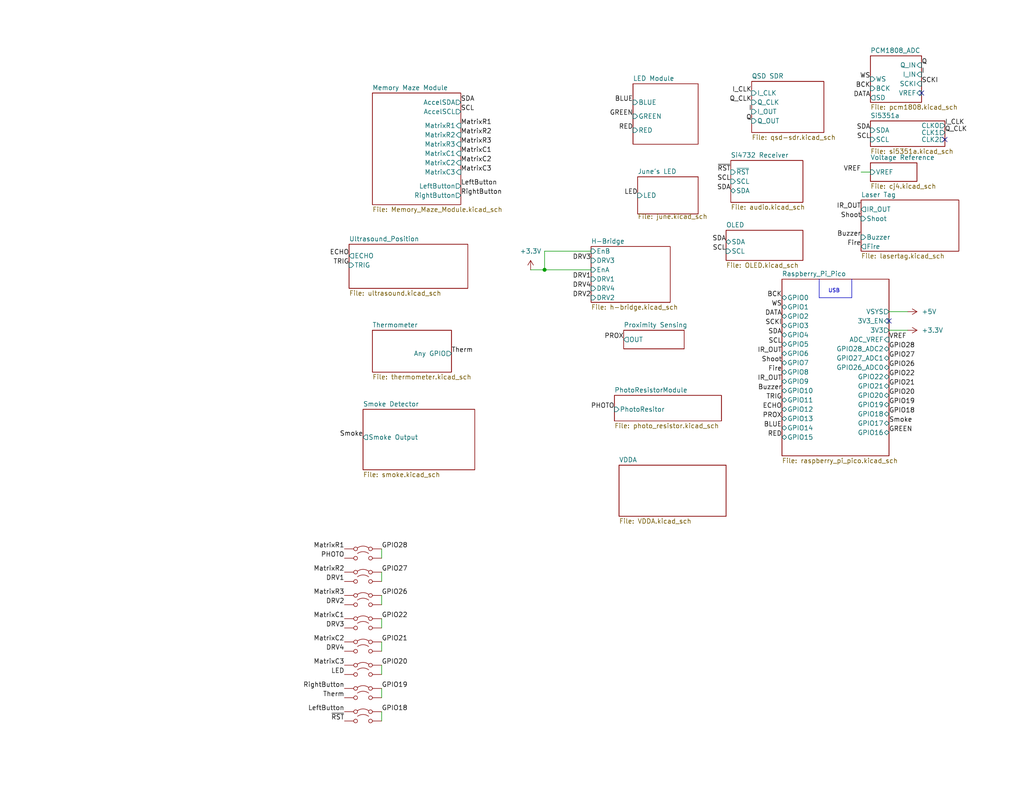
<source format=kicad_sch>
(kicad_sch (version 20250114) (generator "eeschema") (generator_version "9.0")
  (paper "A")
  (title_block (title "Raspberry Pi Pico USB  Sound Card (ADC Only)") (date "2025-01-07") (rev "0.1") (company "Walla Walla University") (comment 1 "Rob Frohne"))
  (lib_symbols
    (symbol "+3.3V_1" (power) (pin_numbers (hide yes)) (pin_names (offset 0) (hide yes))
      (property "Value" "+3.3V" (at 0 3.556 0))
      (symbol "+3.3V_1_0_1"
        (polyline (pts (xy -0.762 1.27) (xy 0 2.54)))
        (polyline (pts (xy 0 2.54) (xy 0.762 1.27)))
        (polyline (pts (xy 0 0) (xy 0 2.54)))
      )
      (symbol "+3.3V_1_1_1"
        (pin power_in line (at 0 0 90) (length 0) (name "~") (number "1"))
      )
    )
    (symbol "Jumper:Jumper_2_Bridged" (pin_numbers (hide yes)) (pin_names (offset 0) (hide yes)) (exclude_from_sim yes)
      (property "Reference" "JP" (at 0 1.905 0))
      (property "Value" "Jumper_2_Bridged" (at 0 -2.54 0))
      (symbol "Jumper_2_Bridged_0_0"
        (circle (center -2.032 0) (radius 0.508))
        (circle (center 2.032 0) (radius 0.508))
      )
      (symbol "Jumper_2_Bridged_0_1"
        (arc (start -1.524 0.254) (mid 0 0.762) (end 1.524 0.254))
      )
      (symbol "Jumper_2_Bridged_1_1"
        (pin passive line (at -5.08 0 0) (length 2.54) (name "A") (number "1"))
        (pin passive line (at 5.08 0 180) (length 2.54) (name "B") (number "2"))
      )
    )
    (symbol "Jumper:Jumper_2_Open" (pin_numbers (hide yes)) (pin_names (offset 0) (hide yes)) (exclude_from_sim yes)
      (property "Reference" "JP" (at 0 2.794 0))
      (property "Value" "Jumper_2_Open" (at 0 -2.286 0))
      (symbol "Jumper_2_Open_0_0"
        (circle (center -2.032 0) (radius 0.508))
        (circle (center 2.032 0) (radius 0.508))
      )
      (symbol "Jumper_2_Open_0_1"
        (arc (start -1.524 1.27) (mid 0 1.778) (end 1.524 1.27))
      )
      (symbol "Jumper_2_Open_1_1"
        (pin passive line (at -5.08 0 0) (length 2.54) (name "A") (number "1"))
        (pin passive line (at 5.08 0 180) (length 2.54) (name "B") (number "2"))
      )
    )
    (symbol "power:+3.3V" (power) (pin_names (offset 0))
      (property "Value" "+3.3V" (at 0 3.556 0))
      (symbol "+3.3V_0_1"
        (polyline (pts (xy -0.762 1.27) (xy 0 2.54)))
        (polyline (pts (xy 0 2.54) (xy 0.762 1.27)))
        (polyline (pts (xy 0 0) (xy 0 2.54)))
      )
      (symbol "+3.3V_1_1"
        (pin power_in line (at 0 0 90) (length 0) (hide yes) (name "+3.3V") (number "1"))
      )
    )
    (symbol "power:+5V" (power) (pin_names (offset 0))
      (property "Value" "+5V" (at 0 3.556 0))
      (symbol "+5V_0_1"
        (polyline (pts (xy -0.762 1.27) (xy 0 2.54)))
        (polyline (pts (xy 0 2.54) (xy 0.762 1.27)))
        (polyline (pts (xy 0 0) (xy 0 2.54)))
      )
      (symbol "+5V_1_1"
        (pin power_in line (at 0 0 90) (length 0) (hide yes) (name "+5V") (number "1"))
      )
    )
  )
  (text "USB" (at 227.584 79.502 0) (effects (font (size 1.016 1.016))))
  (junction (at 148.59 73.66))
  (no_connect (at 242.57 87.63))
  (no_connect (at 257.81 38.1))
  (no_connect (at 251.46 25.4))
  (wire (pts (xy 148.59 68.58) (xy 148.59 73.66)))
  (wire (pts (xy 104.14 162.56) (xy 104.14 165.1)))
  (wire (pts (xy 104.14 181.61) (xy 104.14 184.15)))
  (wire (pts (xy 104.14 156.21) (xy 104.14 158.75)))
  (wire (pts (xy 104.14 187.96) (xy 104.14 190.5)))
  (wire (pts (xy 104.14 194.31) (xy 104.14 196.85)))
  (polyline (pts (xy 223.52 76.2) (xy 223.52 81.28)))
  (polyline (pts (xy 223.52 81.28) (xy 232.41 81.28)))
  (polyline (pts (xy 232.41 76.2) (xy 232.41 81.28)))
  (wire (pts (xy 104.14 149.86) (xy 104.14 152.4)))
  (wire (pts (xy 234.95 46.99) (xy 237.49 46.99)))
  (wire (pts (xy 148.59 73.66) (xy 161.29 73.66)))
  (wire (pts (xy 247.65 90.17) (xy 242.57 90.17)))
  (wire (pts (xy 161.29 68.58) (xy 148.59 68.58)))
  (wire (pts (xy 247.65 85.09) (xy 242.57 85.09)))
  (wire (pts (xy 144.78 73.66) (xy 148.59 73.66)))
  (wire (pts (xy 104.14 175.26) (xy 104.14 177.8)))
  (wire (pts (xy 104.14 168.91) (xy 104.14 171.45)))
  (label "Fire" (at 234.95 67.31 180))
  (label "PROX" (at 170.18 92.71 180))
  (label "MatrixR1" (at 93.98 149.86 180))
  (label "MatrixR2" (at 93.98 156.21 180))
  (label "ECHO" (at 95.25 69.85 180))
  (label "GPIO21" (at 242.57 105.41 0))
  (label "MatrixR3" (at 93.98 162.56 180))
  (label "Fire" (at 213.36 101.6 180))
  (label "~{RST}" (at 199.39 46.99 180))
  (label "GREEN" (at 172.72 31.75 180))
  (label "GPIO26" (at 104.14 162.56 0))
  (label "MatrixC2" (at 125.73 44.45 0))
  (label "GPIO19" (at 104.14 187.96 0))
  (label "DRV4" (at 161.29 78.74 180))
  (label "GPIO26" (at 242.57 100.33 0))
  (label "PHOTO" (at 167.64 111.76 180))
  (label "SCKI" (at 251.46 22.86 0))
  (label "SDA" (at 199.39 52.07 180))
  (label "RightButton" (at 125.73 53.34 0))
  (label "DRV2" (at 93.98 165.1 180))
  (label "GPIO18" (at 242.57 113.03 0))
  (label "BLUE" (at 172.72 27.94 180))
  (label "SCKI" (at 213.36 88.9 180))
  (label "TRIG" (at 213.36 109.22 180))
  (label "I" (at 205.105 30.48 180))
  (label "MatrixC1" (at 125.73 41.91 0))
  (label "~{RST}" (at 93.98 196.85 180))
  (label "Shoot" (at 213.36 99.06 180))
  (label "PROX" (at 213.36 114.3 180))
  (label "GPIO22" (at 104.14 168.91 0))
  (label "GPIO20" (at 104.14 181.61 0))
  (label "SCL" (at 199.39 49.53 180))
  (label "I_CLK" (at 257.81 34.29 0))
  (label "MatrixC3" (at 125.73 46.99 0))
  (label "Shoot" (at 234.95 59.69 180))
  (label "BLUE" (at 213.36 116.84 180))
  (label "SCL" (at 213.36 93.98 180))
  (label "MatrixR2" (at 125.73 36.83 0))
  (label "DATA" (at 213.36 86.36 180))
  (label "SDA" (at 237.49 35.56 180))
  (label "SDA" (at 198.12 66.04 180))
  (label "GPIO28" (at 104.14 149.86 0))
  (label "Therm" (at 123.19 96.52 0))
  (label "SDA" (at 125.73 27.94 0))
  (label "RED" (at 172.72 35.56 180))
  (label "MatrixR3" (at 125.73 39.37 0))
  (label "GPIO22" (at 242.57 102.87 0))
  (label "MatrixC1" (at 93.98 168.91 180))
  (label "GPIO27" (at 242.57 97.79 0))
  (label "IR_OUT" (at 234.95 57.15 180))
  (label "SCL" (at 237.49 38.1 180))
  (label "WS" (at 237.49 21.59 180))
  (label "GPIO19" (at 242.57 110.49 0))
  (label "PHOTO" (at 93.98 152.4 180))
  (label "Smoke" (at 99.06 119.38 180))
  (label "RightButton" (at 93.98 187.96 180))
  (label "VREF" (at 234.95 46.99 180))
  (label "BCK" (at 213.36 81.28 180))
  (label "LeftButton" (at 93.98 194.31 180))
  (label "IR_OUT" (at 213.36 96.52 180))
  (label "GPIO28" (at 242.57 95.25 0))
  (label "DRV4" (at 93.98 177.8 180))
  (label "MatrixC3" (at 93.98 181.61 180))
  (label "Q_CLK" (at 257.81 36.195 0))
  (label "SCL" (at 125.73 30.48 0))
  (label "LED" (at 173.99 53.34 180))
  (label "SCL" (at 198.12 68.58 180))
  (label "IR_OUT" (at 213.36 104.14 180))
  (label "MatrixR1" (at 125.73 34.29 0))
  (label "GPIO18" (at 104.14 194.31 0))
  (label "Buzzer" (at 213.36 106.68 180))
  (label "GREEN" (at 242.57 118.11 0))
  (label "Buzzer" (at 234.95 64.77 180))
  (label "RED" (at 213.36 119.38 180))
  (label "I" (at 251.46 20.32 0))
  (label "DRV3" (at 161.29 71.12 180))
  (label "Smoke" (at 242.57 115.57 0))
  (label "Q" (at 205.105 33.02 180))
  (label "VREF" (at 242.57 92.71 0))
  (label "I_CLK" (at 205.105 25.4 180))
  (label "DRV1" (at 93.98 158.75 180))
  (label "ECHO" (at 213.36 111.76 180))
  (label "Q_CLK" (at 205.105 27.94 180))
  (label "MatrixC2" (at 93.98 175.26 180))
  (label "GPIO20" (at 242.57 107.95 0))
  (label "BCK" (at 237.49 24.13 180))
  (label "DRV2" (at 161.29 81.28 180))
  (label "LeftButton" (at 125.73 50.8 0))
  (label "Therm" (at 93.98 190.5 180))
  (label "GPIO27" (at 104.14 156.21 0))
  (label "Q" (at 251.46 17.78 0))
  (label "GPIO21" (at 104.14 175.26 0))
  (label "SDA" (at 213.36 91.44 180))
  (label "DRV3" (at 93.98 171.45 180))
  (label "WS" (at 213.36 83.82 180))
  (label "DRV1" (at 161.29 76.2 180))
  (label "LED" (at 93.98 184.15 180))
  (label "TRIG" (at 95.25 72.39 180))
  (label "DATA" (at 237.49 26.67 180))
  (symbol (lib_id "Jumper:Jumper_2_Bridged") (at 99.06 187.96 0) (unit 1) (exclude_from_sim yes)
    (property "Reference" "JP13" (effects (hide yes)))
    (property "Value" "Jumper_2_Bridged" (effects (hide yes)))
    (property "Footprint" "Jumper:SolderJumper-2_P1.3mm_Bridged2Bar_RoundedPad1.0x1.5mm" (effects (hide yes)))
    (property "Description" "Jumper, 2-pole, closed/bridged" (effects (hide yes)))
  )
  (symbol (lib_id "Jumper:Jumper_2_Bridged") (at 99.06 156.21 0) (unit 1) (exclude_from_sim yes)
    (property "Reference" "JP3" (effects (hide yes)))
    (property "Value" "Jumper_2_Bridged" (effects (hide yes)))
    (property "Footprint" "Jumper:SolderJumper-2_P1.3mm_Bridged2Bar_RoundedPad1.0x1.5mm" (effects (hide yes)))
    (property "Description" "Jumper, 2-pole, closed/bridged" (effects (hide yes)))
  )
  (symbol (lib_id "Jumper:Jumper_2_Bridged") (at 99.06 194.31 0) (unit 1) (exclude_from_sim yes)
    (property "Reference" "JP15" (effects (hide yes)))
    (property "Value" "Jumper_2_Bridged" (effects (hide yes)))
    (property "Footprint" "Jumper:SolderJumper-2_P1.3mm_Bridged2Bar_RoundedPad1.0x1.5mm" (effects (hide yes)))
    (property "Description" "Jumper, 2-pole, closed/bridged" (effects (hide yes)))
  )
  (symbol (lib_id "Jumper:Jumper_2_Open") (at 99.06 184.15 0) (unit 1) (exclude_from_sim yes)
    (property "Reference" "JP12" (effects (hide yes)))
    (property "Value" "Jumper_2_Open" (effects (hide yes)))
    (property "Footprint" "Jumper:SolderJumper-2_P1.3mm_Open_RoundedPad1.0x1.5mm" (effects (hide yes)))
    (property "Description" "Jumper, 2-pole, open" (effects (hide yes)))
  )
  (symbol (lib_id "Jumper:Jumper_2_Open") (at 99.06 171.45 0) (unit 1) (exclude_from_sim yes)
    (property "Reference" "JP8" (effects (hide yes)))
    (property "Value" "Jumper_2_Open" (effects (hide yes)))
    (property "Footprint" "Jumper:SolderJumper-2_P1.3mm_Open_RoundedPad1.0x1.5mm" (effects (hide yes)))
    (property "Description" "Jumper, 2-pole, open" (effects (hide yes)))
  )
  (symbol (lib_id "Jumper:Jumper_2_Open") (at 99.06 152.4 0) (unit 1) (exclude_from_sim yes)
    (property "Reference" "JP2" (effects (hide yes)))
    (property "Value" "Jumper_2_Open" (effects (hide yes)))
    (property "Footprint" "Jumper:SolderJumper-2_P1.3mm_Open_RoundedPad1.0x1.5mm" (effects (hide yes)))
    (property "Description" "Jumper, 2-pole, open" (effects (hide yes)))
  )
  (symbol (lib_id "Jumper:Jumper_2_Bridged") (at 99.06 181.61 0) (unit 1) (exclude_from_sim yes)
    (property "Reference" "JP11" (effects (hide yes)))
    (property "Value" "Jumper_2_Bridged" (effects (hide yes)))
    (property "Footprint" "Jumper:SolderJumper-2_P1.3mm_Bridged2Bar_RoundedPad1.0x1.5mm" (effects (hide yes)))
    (property "Description" "Jumper, 2-pole, closed/bridged" (effects (hide yes)))
  )
  (symbol (lib_id "Jumper:Jumper_2_Bridged") (at 99.06 162.56 0) (unit 1) (exclude_from_sim yes)
    (property "Reference" "JP5" (effects (hide yes)))
    (property "Value" "Jumper_2_Bridged" (effects (hide yes)))
    (property "Footprint" "Jumper:SolderJumper-2_P1.3mm_Bridged2Bar_RoundedPad1.0x1.5mm" (effects (hide yes)))
    (property "Description" "Jumper, 2-pole, closed/bridged" (effects (hide yes)))
  )
  (symbol (lib_name "+3.3V_1") (lib_id "power:+3.3V") (at 144.78 73.66 0) (unit 1)
    (property "Reference" "#PWR01" (effects (hide yes)))
    (property "Value" "+3.3V" (at 144.78 68.58 0))
    (property "Description" "Power symbol creates a global label with name \"+3.3V\"" (effects (hide yes)))
  )
  (symbol (lib_id "power:+3.3V") (at 247.65 90.17 270) (mirror x) (unit 1)
    (property "Reference" "#PWR03" (effects (hide yes)))
    (property "Value" "+3.3V" (at 251.46 90.1699 90) (effects (justify left)))
  )
  (symbol (lib_id "power:+5V") (at 247.65 85.09 270) (mirror x) (unit 1)
    (property "Reference" "#PWR02" (effects (hide yes)))
    (property "Value" "+5V" (at 251.46 85.0899 90) (effects (justify left)))
  )
  (symbol (lib_id "Jumper:Jumper_2_Open") (at 99.06 196.85 0) (unit 1) (exclude_from_sim yes)
    (property "Reference" "JP16" (effects (hide yes)))
    (property "Value" "Jumper_2_Open" (effects (hide yes)))
    (property "Footprint" "Jumper:SolderJumper-2_P1.3mm_Open_RoundedPad1.0x1.5mm" (effects (hide yes)))
    (property "Description" "Jumper, 2-pole, open" (effects (hide yes)))
  )
  (symbol (lib_id "Jumper:Jumper_2_Open") (at 99.06 158.75 0) (unit 1) (exclude_from_sim yes)
    (property "Reference" "JP4" (effects (hide yes)))
    (property "Value" "Jumper_2_Open" (effects (hide yes)))
    (property "Footprint" "Jumper:SolderJumper-2_P1.3mm_Open_RoundedPad1.0x1.5mm" (effects (hide yes)))
    (property "Description" "Jumper, 2-pole, open" (effects (hide yes)))
  )
  (symbol (lib_id "Jumper:Jumper_2_Bridged") (at 99.06 149.86 0) (unit 1) (exclude_from_sim yes)
    (property "Reference" "JP1" (effects (hide yes)))
    (property "Value" "Jumper_2_Bridged" (effects (hide yes)))
    (property "Footprint" "Jumper:SolderJumper-2_P1.3mm_Bridged2Bar_RoundedPad1.0x1.5mm" (effects (hide yes)))
    (property "Description" "Jumper, 2-pole, closed/bridged" (effects (hide yes)))
  )
  (symbol (lib_id "Jumper:Jumper_2_Open") (at 99.06 165.1 0) (unit 1) (exclude_from_sim yes)
    (property "Reference" "JP6" (effects (hide yes)))
    (property "Value" "Jumper_2_Open" (effects (hide yes)))
    (property "Footprint" "Jumper:SolderJumper-2_P1.3mm_Open_RoundedPad1.0x1.5mm" (effects (hide yes)))
    (property "Description" "Jumper, 2-pole, open" (effects (hide yes)))
  )
  (symbol (lib_id "Jumper:Jumper_2_Bridged") (at 99.06 175.26 0) (unit 1) (exclude_from_sim yes)
    (property "Reference" "JP9" (effects (hide yes)))
    (property "Value" "Jumper_2_Bridged" (effects (hide yes)))
    (property "Footprint" "Jumper:SolderJumper-2_P1.3mm_Bridged2Bar_RoundedPad1.0x1.5mm" (effects (hide yes)))
    (property "Description" "Jumper, 2-pole, closed/bridged" (effects (hide yes)))
  )
  (symbol (lib_id "Jumper:Jumper_2_Open") (at 99.06 190.5 0) (unit 1) (exclude_from_sim yes)
    (property "Reference" "JP14" (effects (hide yes)))
    (property "Value" "Jumper_2_Open" (effects (hide yes)))
    (property "Footprint" "Jumper:SolderJumper-2_P1.3mm_Open_RoundedPad1.0x1.5mm" (effects (hide yes)))
    (property "Description" "Jumper, 2-pole, open" (effects (hide yes)))
  )
  (symbol (lib_id "Jumper:Jumper_2_Bridged") (at 99.06 168.91 0) (unit 1) (exclude_from_sim yes)
    (property "Reference" "JP7" (effects (hide yes)))
    (property "Value" "Jumper_2_Bridged" (effects (hide yes)))
    (property "Footprint" "Jumper:SolderJumper-2_P1.3mm_Bridged2Bar_RoundedPad1.0x1.5mm" (effects (hide yes)))
    (property "Description" "Jumper, 2-pole, closed/bridged" (effects (hide yes)))
  )
  (symbol (lib_id "Jumper:Jumper_2_Open") (at 99.06 177.8 0) (unit 1) (exclude_from_sim yes)
    (property "Reference" "JP10" (effects (hide yes)))
    (property "Value" "Jumper_2_Open" (effects (hide yes)))
    (property "Footprint" "Jumper:SolderJumper-2_P1.3mm_Open_RoundedPad1.0x1.5mm" (effects (hide yes)))
    (property "Description" "Jumper, 2-pole, open" (effects (hide yes)))
  )
  (sheet (at 237.49 33.02) (size 20.32 6.985) (stroke (width 0.1524))
    (property "Sheetname" "Si5351a" (at 237.49 32.3084 0) (effects (justify left bottom)))
    (property "Sheetfile" "si5351a.kicad_sch" (at 237.49 40.5896 0) (effects (justify left top)))
    (pin "SDA" input (at 237.49 35.56 180))
    (pin "SCL" input (at 237.49 38.1 180))
    (pin "CLK0" output (at 257.81 34.29 0))
    (pin "CLK1" output (at 257.81 36.195 0))
    (pin "CLK2" output (at 257.81 38.1 0))
  )
  (sheet (at 168.91 127) (size 29.21 13.97) (stroke (width 0.1524))
    (property "Sheetname" "VDDA" (at 168.91 126.2884 0) (effects (justify left bottom)))
    (property "Sheetfile" "VDDA.kicad_sch" (at 168.91 141.5546 0) (effects (justify left top)))
  )
  (sheet (at 237.49 44.45) (size 12.7 5.08) (stroke (width 0.1524))
    (property "Sheetname" "Voltage Reference" (at 237.49 43.7384 0) (effects (justify left bottom)))
    (property "Sheetfile" "cj4.kicad_sch" (at 237.49 50.1146 0) (effects (justify left top)))
    (pin "VREF" input (at 237.49 46.99 180))
  )
  (sheet (at 95.25 66.675) (size 32.385 12.065) (stroke (width 0.1524))
    (property "Sheetname" "Ultrasound_Position" (at 95.25 65.9634 0) (effects (justify left bottom)))
    (property "Sheetfile" "ultrasound.kicad_sch" (at 95.25 79.3246 0) (effects (justify left top)))
    (pin "ECHO" output (at 95.25 69.85 180))
    (pin "TRIG" input (at 95.25 72.39 180))
  )
  (sheet (at 213.36 76.2) (size 29.21 48.26) (stroke (width 0.1524))
    (property "Sheetname" "Raspberry_Pi_Pico" (at 213.36 75.4884 0) (effects (justify left bottom)))
    (property "Sheetfile" "raspberry_pi_pico.kicad_sch" (at 213.36 125.0446 0) (effects (justify left top)))
    (pin "GPIO28_ADC2" bidirectional (at 242.57 95.25 0))
    (pin "GPIO26_ADC0" bidirectional (at 242.57 100.33 0))
    (pin "ADC_VREF" input (at 242.57 92.71 0))
    (pin "GPIO27_ADC1" bidirectional (at 242.57 97.79 0))
    (pin "3V3" output (at 242.57 90.17 0))
    (pin "VSYS" output (at 242.57 85.09 0))
    (pin "3V3_EN" input (at 242.57 87.63 0))
    (pin "GPIO18" bidirectional (at 242.57 113.03 0))
    (pin "GPIO21" bidirectional (at 242.57 105.41 0))
    (pin "GPIO19" bidirectional (at 242.57 110.49 0))
    (pin "GPIO20" bidirectional (at 242.57 107.95 0))
    (pin "GPIO22" bidirectional (at 242.57 102.87 0))
    (pin "GPIO17" bidirectional (at 242.57 115.57 0))
    (pin "GPIO16" bidirectional (at 242.57 118.11 0))
    (pin "GPIO4" bidirectional (at 213.36 91.44 180))
    (pin "GPIO8" bidirectional (at 213.36 101.6 180))
    (pin "GPIO0" bidirectional (at 213.36 81.28 180))
    (pin "GPIO1" bidirectional (at 213.36 83.82 180))
    (pin "GPIO2" bidirectional (at 213.36 86.36 180))
    (pin "GPIO3" bidirectional (at 213.36 88.9 180))
    (pin "GPIO7" bidirectional (at 213.36 99.06 180))
    (pin "GPIO5" bidirectional (at 213.36 93.98 180))
    (pin "GPIO6" bidirectional (at 213.36 96.52 180))
    (pin "GPIO9" bidirectional (at 213.36 104.14 180))
    (pin "GPIO10" bidirectional (at 213.36 106.68 180))
    (pin "GPIO11" bidirectional (at 213.36 109.22 180))
    (pin "GPIO12" bidirectional (at 213.36 111.76 180))
    (pin "GPIO13" bidirectional (at 213.36 114.3 180))
    (pin "GPIO14" bidirectional (at 213.36 116.84 180))
    (pin "GPIO15" bidirectional (at 213.36 119.38 180))
  )
  (sheet (at 173.99 48.26) (size 16.51 10.16) (stroke (width 0.1524))
    (property "Sheetname" "June's LED" (at 173.99 47.5484 0) (effects (justify left bottom)))
    (property "Sheetfile" "june.kicad_sch" (at 173.99 58.3696 0) (effects (justify left top)))
    (pin "LED" input (at 173.99 53.34 180))
  )
  (sheet (at 101.6 25.4) (size 24.13 30.48) (stroke (width 0.1524))
    (property "Sheetname" "Memory Maze Module" (at 101.6 24.6884 0) (effects (justify left bottom)))
    (property "Sheetfile" "Memory_Maze_Module.kicad_sch" (at 101.6 56.4646 0) (effects (justify left top)))
    (pin "LeftButton" output (at 125.73 50.8 0))
    (pin "RightButton" output (at 125.73 53.34 0))
    (pin "MatrixR1" input (at 125.73 34.29 0))
    (pin "MatrixR2" input (at 125.73 36.83 0))
    (pin "MatrixR3" input (at 125.73 39.37 0))
    (pin "MatrixC1" input (at 125.73 41.91 0))
    (pin "MatrixC2" input (at 125.73 44.45 0))
    (pin "MatrixC3" input (at 125.73 46.99 0))
    (pin "AccelSDA" output (at 125.73 27.94 0))
    (pin "AccelSCL" output (at 125.73 30.48 0))
  )
  (sheet (at 172.72 22.86) (size 17.78 16.51) (stroke (width 0.1524))
    (property "Sheetname" "LED Module" (at 172.72 22.1484 0) (effects (justify left bottom)))
    (property "Sheetfile" "LEDmodule.kicad_sch" (effects (hide yes)))
    (pin "BLUE" input (at 172.72 27.94 180))
    (pin "RED" input (at 172.72 35.56 180))
    (pin "GREEN" input (at 172.72 31.75 180))
  )
  (sheet (at 99.06 111.76) (size 30.48 16.51) (stroke (width 0.1524))
    (property "Sheetname" "Smoke Detector" (at 99.06 111.0484 0) (effects (justify left bottom)))
    (property "Sheetfile" "smoke.kicad_sch" (at 99.06 128.8546 0) (effects (justify left top)))
    (pin "Smoke Output" output (at 99.06 119.38 180))
  )
  (sheet (at 161.29 67.31) (size 21.59 15.24) (stroke (width 0.1524))
    (property "Sheetname" "H-Bridge" (at 161.29 66.5984 0) (effects (justify left bottom)))
    (property "Sheetfile" "h-bridge.kicad_sch" (at 161.29 83.1346 0) (effects (justify left top)))
    (pin "DRV3" input (at 161.29 71.12 180))
    (pin "EnA" input (at 161.29 73.66 180))
    (pin "DRV4" input (at 161.29 78.74 180))
    (pin "EnB" input (at 161.29 68.58 180))
    (pin "DRV2" input (at 161.29 81.28 180))
    (pin "DRV1" input (at 161.29 76.2 180))
  )
  (sheet (at 199.39 43.815) (size 19.685 11.43) (stroke (width 0.1524))
    (property "Sheetname" "Si4732 Receiver" (at 199.39 43.1034 0) (effects (justify left bottom)))
    (property "Sheetfile" "audio.kicad_sch" (at 199.39 55.8296 0) (effects (justify left top)))
    (pin "~{RST}" input (at 199.39 46.99 180))
    (pin "SCL" input (at 199.39 49.53 180))
    (pin "SDA" bidirectional (at 199.39 52.07 180))
  )
  (sheet (at 237.49 15.24) (size 13.97 12.7) (stroke (width 0.1524))
    (property "Sheetname" "PCM1808_ADC" (at 237.49 14.5284 0) (effects (justify left bottom)))
    (property "Sheetfile" "pcm1808.kicad_sch" (at 237.49 28.5246 0) (effects (justify left top)))
    (pin "WS" input (at 237.49 21.59 180))
    (pin "BCK" input (at 237.49 24.13 180))
    (pin "SD" output (at 237.49 26.67 180))
    (pin "SCKI" input (at 251.46 22.86 0))
    (pin "VREF" input (at 251.46 25.4 0))
    (pin "I_IN" input (at 251.46 20.32 0))
    (pin "Q_IN" input (at 251.46 17.78 0))
  )
  (sheet (at 205.105 22.225) (size 19.685 13.97) (stroke (width 0.1524))
    (property "Sheetname" "QSD SDR" (at 205.105 21.5134 0) (effects (justify left bottom)))
    (property "Sheetfile" "qsd-sdr.kicad_sch" (at 205.105 36.7796 0) (effects (justify left top)))
    (pin "I_CLK" input (at 205.105 25.4 180))
    (pin "Q_CLK" input (at 205.105 27.94 180))
    (pin "I_OUT" input (at 205.105 30.48 180))
    (pin "Q_OUT" input (at 205.105 33.02 180))
  )
  (sheet (at 170.18 90.17) (size 16.51 5.08) (stroke (width 0.1524))
    (property "Sheetname" "Proximity Sensing" (at 170.18 89.4584 0) (effects (justify left bottom)))
    (property "Sheetfile" "Proximity Sensing.kicad_sch" (effects (hide yes)))
    (pin "OUT" output (at 170.18 92.71 180))
  )
  (sheet (at 234.95 54.61) (size 26.67 13.97) (stroke (width 0.1524))
    (property "Sheetname" "Laser Tag" (at 234.95 53.8984 0) (effects (justify left bottom)))
    (property "Sheetfile" "lasertag.kicad_sch" (at 234.95 69.1646 0) (effects (justify left top)))
    (pin "IR_OUT" output (at 234.95 57.15 180))
    (pin "Shoot" input (at 234.95 59.69 180))
    (pin "Buzzer" input (at 234.95 64.77 180))
    (pin "Fire" output (at 234.95 67.31 180))
  )
  (sheet (at 198.12 62.865) (size 20.955 8.255) (stroke (width 0.1524))
    (property "Sheetname" "OLED" (at 198.12 62.1534 0) (effects (justify left bottom)))
    (property "Sheetfile" "OLED.kicad_sch" (at 198.12 71.7046 0) (effects (justify left top)))
    (pin "SDA" bidirectional (at 198.12 66.04 180))
    (pin "SCL" input (at 198.12 68.58 180))
  )
  (sheet (at 101.6 90.17) (size 21.59 11.43) (stroke (width 0.1524))
    (property "Sheetname" "Thermometer" (at 101.6 89.4584 0) (effects (justify left bottom)))
    (property "Sheetfile" "thermometer.kicad_sch" (at 101.6 102.1846 0) (effects (justify left top)))
    (pin "Any GPIO" output (at 123.19 96.52 0))
  )
  (sheet (at 167.64 107.95) (size 29.21 6.985) (stroke (width 0.1524))
    (property "Sheetname" "PhotoResistorModule" (at 167.64 107.2384 0) (effects (justify left bottom)))
    (property "Sheetfile" "photo_resistor.kicad_sch" (at 167.64 115.5196 0) (effects (justify left top)))
    (pin "PhotoResitor " input (at 167.64 111.76 180))
  )
)
</source>
